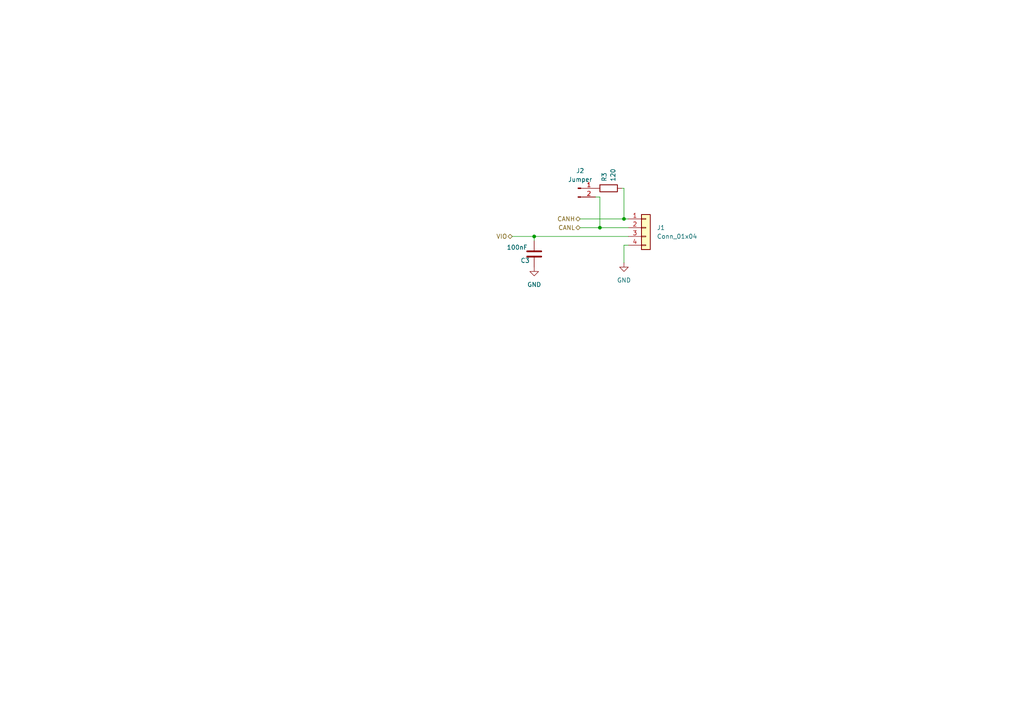
<source format=kicad_sch>
(kicad_sch (version 20230121) (generator eeschema)
  (paper "A4")
  (lib_symbols
    (symbol "Connector:Conn_01x02_Pin" (pin_names (offset 1.016) hide)
      (property "Reference" "J" (at 0 2.54 0))
      (property "Value" "Conn_01x02_Pin" (at 0 -5.08 0))
      (symbol "Conn_01x02_Pin_1_1"
        (polyline (pts (xy 1.27 -2.54) (xy 0.8636 -2.54)) (stroke (width 0.1524)))
        (polyline (pts (xy 1.27 0) (xy 0.8636 0)) (stroke (width 0.1524)))
        (rectangle (start 0.8636 -2.413) (end 0 -2.667) (stroke (width 0.1524)) (fill (type outline)))
        (rectangle (start 0.8636 0.127) (end 0 -0.127) (stroke (width 0.1524)) (fill (type outline)))
        (pin passive line (at 5.08 0 180) (length 3.81) (name "Pin_1") (number "1"))
        (pin passive line (at 5.08 -2.54 180) (length 3.81) (name "Pin_2") (number "2"))
      )
    )
    (symbol "Connector_Generic:Conn_01x04" (pin_names (offset 1.016) hide)
      (property "Reference" "J" (at 0 5.08 0))
      (property "Value" "Conn_01x04" (at 0 -7.62 0))
      (symbol "Conn_01x04_1_1"
        (rectangle (start -1.27 -4.953) (end 0 -5.207) (stroke (width 0.1524)))
        (rectangle (start -1.27 -2.413) (end 0 -2.667) (stroke (width 0.1524)))
        (rectangle (start -1.27 0.127) (end 0 -0.127) (stroke (width 0.1524)))
        (rectangle (start -1.27 2.667) (end 0 2.413) (stroke (width 0.1524)))
        (rectangle (start -1.27 3.81) (end 1.27 -6.35) (stroke (width 0.254)) (fill (type background)))
        (pin passive line (at -5.08 2.54 0) (length 3.81) (name "Pin_1") (number "1"))
        (pin passive line (at -5.08 0 0) (length 3.81) (name "Pin_2") (number "2"))
        (pin passive line (at -5.08 -2.54 0) (length 3.81) (name "Pin_3") (number "3"))
        (pin passive line (at -5.08 -5.08 0) (length 3.81) (name "Pin_4") (number "4"))
      )
    )
    (symbol "Device:C" (pin_numbers hide) (pin_names (offset 0.254))
      (property "Reference" "C" (at 0.635 2.54 0))
      (property "Value" "C" (at 0.635 -2.54 0))
      (symbol "C_0_1"
        (polyline (pts (xy -2.032 -0.762) (xy 2.032 -0.762)) (stroke (width 0.508)))
        (polyline (pts (xy -2.032 0.762) (xy 2.032 0.762)) (stroke (width 0.508)))
      )
      (symbol "C_1_1"
        (pin passive line (at 0 3.81 270) (length 2.794) (name "~") (number "1"))
        (pin passive line (at 0 -3.81 90) (length 2.794) (name "~") (number "2"))
      )
    )
    (symbol "Device:R" (pin_numbers hide) (pin_names (offset 0))
      (property "Reference" "R" (at 2.032 0 90))
      (property "Value" "R" (at 0 0 90))
      (symbol "R_0_1"
        (rectangle (start -1.016 -2.54) (end 1.016 2.54) (stroke (width 0.254)))
      )
      (symbol "R_1_1"
        (pin passive line (at 0 3.81 270) (length 1.27) (name "~") (number "1"))
        (pin passive line (at 0 -3.81 90) (length 1.27) (name "~") (number "2"))
      )
    )
    (symbol "power:GND" (power) (pin_names (offset 0))
      (property "Value" "GND" (at 0 -3.81 0))
      (symbol "GND_0_1"
        (polyline (pts (xy 0 0) (xy 0 -1.27) (xy 1.27 -1.27) (xy 0 -2.54) (xy -1.27 -1.27) (xy 0 -1.27)))
      )
      (symbol "GND_1_1"
        (pin power_in line (at 0 0 270) (length 0) hide (name "GND") (number "1"))
      )
    )
  )
  (junction (at 154.94 68.58))
  (junction (at 180.975 63.5))
  (junction (at 173.99 66.04))
  (wire (pts (xy 180.975 71.12) (xy 180.975 76.2)))
  (wire (pts (xy 180.34 54.61) (xy 180.975 54.61)))
  (wire (pts (xy 173.99 57.15) (xy 173.99 66.04)))
  (wire (pts (xy 154.94 68.58) (xy 182.245 68.58)))
  (wire (pts (xy 180.975 63.5) (xy 182.245 63.5)))
  (wire (pts (xy 148.59 68.58) (xy 154.94 68.58)))
  (wire (pts (xy 173.99 66.04) (xy 182.245 66.04)))
  (wire (pts (xy 154.94 68.58) (xy 154.94 69.85)))
  (wire (pts (xy 168.275 63.5) (xy 180.975 63.5)))
  (wire (pts (xy 182.245 71.12) (xy 180.975 71.12)))
  (wire (pts (xy 180.975 54.61) (xy 180.975 63.5)))
  (wire (pts (xy 168.275 66.04) (xy 173.99 66.04)))
  (wire (pts (xy 172.72 57.15) (xy 173.99 57.15)))
  (hierarchical_label "CANH" (shape bidirectional) (at 168.275 63.5 180))
  (hierarchical_label "CANL" (shape bidirectional) (at 168.275 66.04 180))
  (hierarchical_label "VIO" (shape bidirectional) (at 148.59 68.58 180))
  (symbol (lib_id "Device:C") (at 154.94 73.66 180) (unit 1)
    (property "Reference" "C3" (at 153.67 75.565 0) (effects (justify left)))
    (property "Value" "100nF" (at 153.035 71.755 0) (effects (justify left)))
    (property "Footprint" "Capacitor_SMD:C_0402_1005Metric" (effects hide))
  )
  (symbol (lib_id "Connector_Generic:Conn_01x04") (at 187.325 66.04 0) (unit 1)
    (property "Reference" "J1" (at 190.5 66.04 0) (effects (justify left)))
    (property "Value" "Conn_01x04" (at 190.5 68.58 0) (effects (justify left)))
    (property "Footprint" "Connector_PinSocket_2.54mm:PinSocket_1x04_P2.54mm_Vertical" (effects hide))
  )
  (symbol (lib_id "power:GND") (at 154.94 77.47 0) (unit 1)
    (property "Reference" "#PWR09" (effects hide))
    (property "Value" "GND" (at 154.94 82.55 0))
  )
  (symbol (lib_id "Device:R") (at 176.53 54.61 90) (unit 1)
    (property "Reference" "R3" (at 175.26 52.705 0) (effects (justify left)))
    (property "Value" "120" (at 177.8 52.705 0) (effects (justify left)))
    (property "Footprint" "PCM_Resistor_SMD_AKL:R_0402_1005Metric" (effects hide))
  )
  (symbol (lib_id "Connector:Conn_01x02_Pin") (at 167.64 54.61 0) (unit 1)
    (property "Reference" "J2" (at 168.275 49.53 0))
    (property "Value" "Jumper" (at 168.275 52.07 0))
    (property "Footprint" "Connector_PinHeader_1.27mm:PinHeader_1x02_P1.27mm_Vertical" (effects hide))
  )
  (symbol (lib_id "power:GND") (at 180.975 76.2 0) (unit 1)
    (property "Reference" "#PWR01" (effects hide))
    (property "Value" "GND" (at 180.975 81.28 0))
  )
)
</source>
